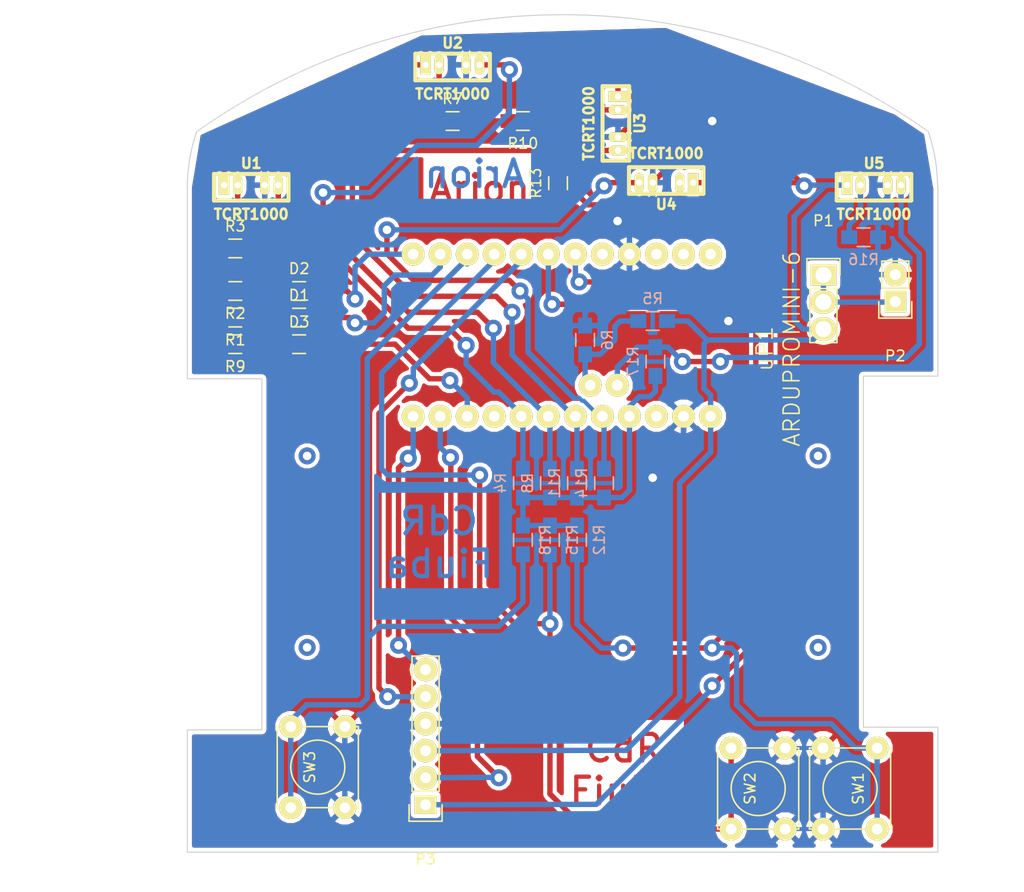
<source format=kicad_pcb>
(kicad_pcb (version 4) (host pcbnew 0.201507280910+6003~25~ubuntu14.04.1-product)
  (layers (0 F.Cu signal) (31 B.Cu signal) (34 B.Paste user) (35 F.Paste user) (36 B.SilkS user) (37 F.SilkS user) (38 B.Mask user) (39 F.Mask user) (44 Edge.Cuts user))
  (net 0 "")
  (net 1 "Net-(D1-Pad2)")
  (net 2 "Net-(D1-Pad1)")
  (net 3 "Net-(D2-Pad2)")
  (net 4 "Net-(D2-Pad1)")
  (net 5 "Net-(D3-Pad2)")
  (net 6 "Net-(D3-Pad1)")
  (net 7 +BATT)
  (net 8 +8V)
  (net 9 GND)
  (net 10 /SentidoMotor1)
  (net 11 /Motor1)
  (net 12 /SentidoMotor2)
  (net 13 /Motor2)
  (net 14 "Net-(R3-Pad1)")
  (net 15 /A0)
  (net 16 +5V)
  (net 17 /BatteryControl)
  (net 18 "Net-(R7-Pad1)")
  (net 19 /A1)
  (net 20 "Net-(R10-Pad1)")
  (net 21 /A2)
  (net 22 /Boton1)
  (net 23 "Net-(R13-Pad1)")
  (net 24 /A3)
  (net 25 /Boton2)
  (net 26 "Net-(R16-Pad1)")
  (net 27 /A4)
  (net 28 /Boton3)
  (module Pin_Headers:Pin_Header_Straight_1x03 (layer F.Cu) (at 124.75 63.75)
    (fp_text reference P1 (at 0 -5.1) (layer F.SilkS))
    (fp_text value CONN_01X03)
    (pad 1 thru_hole rect (at 0 0) (size 2.4 2) (drill 1.5) (layers *.Cu *.Mask F.SilkS) (net 7 +BATT))
    (pad 2 thru_hole oval (at 0 2.54) (size 2.4 2.2) (drill 1.5) (layers *.Cu *.Mask F.SilkS) (net 7 +BATT))
    (pad 3 thru_hole oval (at 0 5.08) (size 2.4 2.2) (drill 1.5) (layers *.Cu *.Mask F.SilkS) (net 8 +8V))
  )
  (module Pin_Headers:Pin_Header_Straight_1x02 (layer F.Cu) (at 131.5 66.25 180)
    (fp_text reference P2 (at 0 -5.1 180) (layer F.SilkS))
    (fp_text value CONN_01X02)
    (pad 1 thru_hole rect (at 0 0 180) (size 2.032 2.032) (drill 1.016) (layers *.Cu *.Mask F.SilkS) (net 7 +BATT))
    (pad 2 thru_hole oval (at 0 2.54 180) (size 2.2 2.2) (drill 1.016) (layers *.Cu *.Mask F.SilkS) (net 9 GND))
  )
  (module Pin_Headers:Pin_Header_Straight_1x06 (layer F.Cu) (at 87.376 113.538 180)
    (fp_text reference P3 (at 0 -5.1 180) (layer F.SilkS))
    (fp_text value CONN_01X06)
    (pad 1 thru_hole rect (at 0 0 180) (size 2.032 1.7272) (drill 1.016) (layers *.Cu *.Mask F.SilkS) (net 10 /SentidoMotor1))
    (pad 2 thru_hole oval (at 0 2.54 180) (size 2.2 2.2) (drill 1.016) (layers *.Cu *.Mask F.SilkS) (net 11 /Motor1))
    (pad 3 thru_hole oval (at 0 5.08 180) (size 2.2 2.2) (drill 1.016) (layers *.Cu *.Mask F.SilkS) (net 8 +8V))
    (pad 4 thru_hole oval (at 0 7.62 180) (size 2.2 2.2) (drill 1.016) (layers *.Cu *.Mask F.SilkS) (net 9 GND))
    (pad 5 thru_hole oval (at 0 10.16 180) (size 2.2 2.2) (drill 1.016) (layers *.Cu *.Mask F.SilkS) (net 12 /SentidoMotor2))
    (pad 6 thru_hole oval (at 0 12.7 180) (size 2.2 2.2) (drill 1.016) (layers *.Cu *.Mask F.SilkS) (net 13 /Motor2))
  )
  (module Buttons_Switches_ThroughHole:SW_PUSH_SMALL (layer F.Cu) (at 127.254 112.014 270)
    (fp_text reference SW1 (at 0 -0.762 270) (layer F.SilkS))
    (fp_text value SW_PUSH)
    (pad 1 thru_hole circle (at 3.81 -2.54 270) (size 2.15 2.15) (drill 1) (layers *.Cu *.Mask F.SilkS) (net 22 /Boton1))
    (pad 2 thru_hole circle (at 3.81 2.54 270) (size 2.15 2.15) (drill 1) (layers *.Cu *.Mask F.SilkS) (net 9 GND))
    (pad 1 thru_hole circle (at -3.81 -2.54 270) (size 2.15 2.15) (drill 1) (layers *.Cu *.Mask F.SilkS) (net 22 /Boton1))
    (pad 2 thru_hole circle (at -3.81 2.54 270) (size 2.15 2.15) (drill 1) (layers *.Cu *.Mask F.SilkS) (net 9 GND))
  )
  (module Buttons_Switches_ThroughHole:SW_PUSH_SMALL (layer F.Cu) (at 118.618 112.014 90)
    (fp_text reference SW2 (at 0 -0.762 90) (layer F.SilkS))
    (fp_text value SW_PUSH)
    (pad 1 thru_hole circle (at 3.81 -2.54 90) (size 2.15 2.15) (drill 1) (layers *.Cu *.Mask F.SilkS) (net 25 /Boton2))
    (pad 2 thru_hole circle (at 3.81 2.54 90) (size 2.15 2.15) (drill 1) (layers *.Cu *.Mask F.SilkS) (net 9 GND))
    (pad 1 thru_hole circle (at -3.81 -2.54 90) (size 2.15 2.15) (drill 1) (layers *.Cu *.Mask F.SilkS) (net 25 /Boton2))
    (pad 2 thru_hole circle (at -3.81 2.54 90) (size 2.15 2.15) (drill 1) (layers *.Cu *.Mask F.SilkS) (net 9 GND))
  )
  (module Buttons_Switches_ThroughHole:SW_PUSH_SMALL (layer F.Cu) (at 77.25 110 90)
    (fp_text reference SW3 (at 0 -0.762 90) (layer F.SilkS))
    (fp_text value SW_PUSH)
    (pad 1 thru_hole circle (at 3.81 -2.54 90) (size 2.15 2.15) (drill 1) (layers *.Cu *.Mask F.SilkS) (net 28 /Boton3))
    (pad 2 thru_hole circle (at 3.81 2.54 90) (size 2.15 2.15) (drill 1) (layers *.Cu *.Mask F.SilkS) (net 9 GND))
    (pad 1 thru_hole circle (at -3.81 -2.54 90) (size 2.15 2.15) (drill 1) (layers *.Cu *.Mask F.SilkS) (net 28 /Boton3))
    (pad 2 thru_hole circle (at -3.81 2.54 90) (size 2.15 2.15) (drill 1) (layers *.Cu *.Mask F.SilkS) (net 9 GND))
  )
  (module tcrt1000:TCRT1000 (layer F.Cu) (at 71 55.5)
    (fp_text reference U1 (at 0 -2.25044) (layer F.SilkS) (effects (font (size 0.9525 0.9525) (thickness 0.23876))))
    (fp_text value TCRT1000 (at 0 2.54) (layer F.SilkS) (effects (font (size 0.9525 0.9525) (thickness 0.23876))))
    (pad 1 thru_hole rect (at -2.54 -0.20066) (size 1.00076 1.8) (drill 0.59944) (layers *.Cu *.Mask F.SilkS) (net 8 +8V))
    (pad 2 thru_hole oval (at -1.27 -0.20066) (size 0.889 1.778) (drill oval 0.59944) (layers *.Cu *.Mask F.SilkS) (net 14 "Net-(R3-Pad1)"))
    (pad 3 thru_hole oval (at 1.27 -0.20066) (size 0.889 1.778) (drill oval 0.59944) (layers *.Cu *.Mask F.SilkS) (net 9 GND))
    (pad 4 thru_hole oval (at 2.54 -0.20066) (size 0.889 1.778) (drill oval 0.59944) (layers *.Cu *.Mask F.SilkS) (net 15 /A0))
  )
  (module tcrt1000:TCRT1000 (layer F.Cu) (at 89.916 44.196)
    (fp_text reference U2 (at 0 -2.25044) (layer F.SilkS) (effects (font (size 0.9525 0.9525) (thickness 0.23876))))
    (fp_text value TCRT1000 (at 0 2.54) (layer F.SilkS) (effects (font (size 0.9525 0.9525) (thickness 0.23876))))
    (pad 1 thru_hole rect (at -2.54 -0.20066) (size 1.00076 1.8) (drill 0.59944) (layers *.Cu *.Mask F.SilkS) (net 8 +8V))
    (pad 2 thru_hole oval (at -1.27 -0.20066) (size 0.889 1.778) (drill oval 0.59944) (layers *.Cu *.Mask F.SilkS) (net 18 "Net-(R7-Pad1)"))
    (pad 3 thru_hole oval (at 1.27 -0.20066) (size 0.889 1.778) (drill oval 0.59944) (layers *.Cu *.Mask F.SilkS) (net 9 GND))
    (pad 4 thru_hole oval (at 2.54 -0.20066) (size 0.889 1.778) (drill oval 0.59944) (layers *.Cu *.Mask F.SilkS) (net 19 /A1))
  )
  (module tcrt1000:TCRT1000 (layer F.Cu) (at 105.25 49.5 270)
    (fp_text reference U3 (at 0 -2.25044 270) (layer F.SilkS) (effects (font (size 0.9525 0.9525) (thickness 0.23876))))
    (fp_text value TCRT1000 (at 0 2.54 270) (layer F.SilkS) (effects (font (size 0.9525 0.9525) (thickness 0.23876))))
    (pad 1 thru_hole rect (at -2.54 -0.20066 270) (size 1.00076 1.8) (drill 0.59944) (layers *.Cu *.Mask F.SilkS) (net 8 +8V))
    (pad 2 thru_hole oval (at -1.27 -0.20066 270) (size 0.889 1.778) (drill oval 0.59944) (layers *.Cu *.Mask F.SilkS) (net 20 "Net-(R10-Pad1)"))
    (pad 3 thru_hole oval (at 1.27 -0.20066 270) (size 0.889 1.778) (drill oval 0.59944) (layers *.Cu *.Mask F.SilkS) (net 9 GND))
    (pad 4 thru_hole oval (at 2.54 -0.20066 270) (size 0.889 1.778) (drill oval 0.59944) (layers *.Cu *.Mask F.SilkS) (net 21 /A2))
  )
  (module tcrt1000:TCRT1000 (layer F.Cu) (at 109.982 54.864 180)
    (fp_text reference U4 (at 0 -2.25044 180) (layer F.SilkS) (effects (font (size 0.9525 0.9525) (thickness 0.23876))))
    (fp_text value TCRT1000 (at 0 2.54 180) (layer F.SilkS) (effects (font (size 0.9525 0.9525) (thickness 0.23876))))
    (pad 1 thru_hole rect (at -2.54 -0.20066 180) (size 1.00076 1.8) (drill 0.59944) (layers *.Cu *.Mask F.SilkS) (net 8 +8V))
    (pad 2 thru_hole oval (at -1.27 -0.20066 180) (size 0.889 1.778) (drill oval 0.59944) (layers *.Cu *.Mask F.SilkS) (net 23 "Net-(R13-Pad1)"))
    (pad 3 thru_hole oval (at 1.27 -0.20066 180) (size 0.889 1.778) (drill oval 0.59944) (layers *.Cu *.Mask F.SilkS) (net 9 GND))
    (pad 4 thru_hole oval (at 2.54 -0.20066 180) (size 0.889 1.778) (drill oval 0.59944) (layers *.Cu *.Mask F.SilkS) (net 24 /A3))
  )
  (module tcrt1000:TCRT1000 (layer F.Cu) (at 129.5 55.5)
    (fp_text reference U5 (at 0 -2.25044) (layer F.SilkS) (effects (font (size 0.9525 0.9525) (thickness 0.23876))))
    (fp_text value TCRT1000 (at 0 2.54) (layer F.SilkS) (effects (font (size 0.9525 0.9525) (thickness 0.23876))))
    (pad 1 thru_hole rect (at -2.54 -0.20066) (size 1.00076 1.8) (drill 0.59944) (layers *.Cu *.Mask F.SilkS) (net 8 +8V))
    (pad 2 thru_hole oval (at -1.27 -0.20066) (size 0.889 1.778) (drill oval 0.59944) (layers *.Cu *.Mask F.SilkS) (net 26 "Net-(R16-Pad1)"))
    (pad 3 thru_hole oval (at 1.27 -0.20066) (size 0.889 1.778) (drill oval 0.59944) (layers *.Cu *.Mask F.SilkS) (net 9 GND))
    (pad 4 thru_hole oval (at 2.54 -0.20066) (size 0.889 1.778) (drill oval 0.59944) (layers *.Cu *.Mask F.SilkS) (net 27 /A4))
  )
  (module ArduProMiniTKB:ArduProMini-6 (layer F.Cu) (at 120.5 59.25 270)
    (fp_text reference uP1 (at 11.43 1.27 270) (layer F.SilkS) (effects (font (size 1.5 1.5))))
    (fp_text value ARDUPROMINI-6 (at 11.43 -1.27 270) (layer F.SilkS) (effects (font (size 1.5 1.5))))
    (pad 7 thru_hole circle (at 2.54 6.35 270) (size 2.15 2.15) (drill 1) (layers *.Cu *.Mask F.SilkS))
    (pad 8 thru_hole circle (at 2.54 8.89 270) (size 2.15 2.15) (drill 1) (layers *.Cu *.Mask F.SilkS))
    (pad 9 thru_hole circle (at 2.54 11.43 270) (size 2.15 2.15) (drill 1) (layers *.Cu *.Mask F.SilkS))
    (pad 10 thru_hole circle (at 2.54 13.97 270) (size 2.15 2.15) (drill 1) (layers *.Cu *.Mask F.SilkS) (net 9 GND))
    (pad 11 thru_hole circle (at 2.54 16.51 270) (size 2.15 2.15) (drill 1) (layers *.Cu *.Mask F.SilkS))
    (pad 12 thru_hole circle (at 2.54 19.05 270) (size 2.15 2.15) (drill 1) (layers *.Cu *.Mask F.SilkS) (net 10 /SentidoMotor1))
    (pad 13 thru_hole circle (at 2.54 21.59 270) (size 2.15 2.15) (drill 1) (layers *.Cu *.Mask F.SilkS) (net 22 /Boton1))
    (pad 14 thru_hole circle (at 2.54 24.13 270) (size 2.15 2.15) (drill 1) (layers *.Cu *.Mask F.SilkS) (net 12 /SentidoMotor2))
    (pad 15 thru_hole circle (at 2.54 26.67 270) (size 2.15 2.15) (drill 1) (layers *.Cu *.Mask F.SilkS) (net 25 /Boton2))
    (pad 16 thru_hole circle (at 2.54 29.21 270) (size 2.15 2.15) (drill 1) (layers *.Cu *.Mask F.SilkS) (net 28 /Boton3))
    (pad 17 thru_hole circle (at 2.54 31.75 270) (size 2.15 2.15) (drill 1) (layers *.Cu *.Mask F.SilkS) (net 1 "Net-(D1-Pad2)"))
    (pad 18 thru_hole circle (at 2.54 34.29 270) (size 2.15 2.15) (drill 1) (layers *.Cu *.Mask F.SilkS) (net 3 "Net-(D2-Pad2)"))
    (pad 19 thru_hole circle (at 17.78 6.35 270) (size 2.15 2.15) (drill 1) (layers *.Cu *.Mask F.SilkS) (net 8 +8V))
    (pad 20 thru_hole circle (at 17.78 8.89 270) (size 2.15 2.15) (drill 1) (layers *.Cu *.Mask F.SilkS) (net 9 GND))
    (pad 21 thru_hole circle (at 17.78 11.43 270) (size 2.15 2.15) (drill 1) (layers *.Cu *.Mask F.SilkS))
    (pad 22 thru_hole circle (at 17.78 13.97 270) (size 2.15 2.15) (drill 1) (layers *.Cu *.Mask F.SilkS) (net 16 +5V))
    (pad 23 thru_hole circle (at 17.78 16.51 270) (size 2.15 2.15) (drill 1) (layers *.Cu *.Mask F.SilkS) (net 24 /A3))
    (pad 24 thru_hole circle (at 17.78 19.05 270) (size 2.15 2.15) (drill 1) (layers *.Cu *.Mask F.SilkS) (net 21 /A2))
    (pad 25 thru_hole circle (at 17.78 21.59 270) (size 2.15 2.15) (drill 1) (layers *.Cu *.Mask F.SilkS) (net 19 /A1))
    (pad 26 thru_hole circle (at 17.78 24.13 270) (size 2.15 2.15) (drill 1) (layers *.Cu *.Mask F.SilkS) (net 15 /A0))
    (pad 27 thru_hole circle (at 17.78 26.67 270) (size 2.15 2.15) (drill 1) (layers *.Cu *.Mask F.SilkS))
    (pad 28 thru_hole circle (at 17.78 29.21 270) (size 2.15 2.15) (drill 1) (layers *.Cu *.Mask F.SilkS) (net 5 "Net-(D3-Pad2)"))
    (pad 29 thru_hole circle (at 17.78 31.75 270) (size 2.15 2.15) (drill 1) (layers *.Cu *.Mask F.SilkS) (net 11 /Motor1))
    (pad 30 thru_hole circle (at 17.78 34.29 270) (size 2.15 2.15) (drill 1) (layers *.Cu *.Mask F.SilkS) (net 13 /Motor2))
    (pad 31 thru_hole circle (at 14.859 15.113 270) (size 2.15 2.15) (drill 1) (layers *.Cu *.Mask F.SilkS) (net 27 /A4))
    (pad 32 thru_hole circle (at 14.859 17.653 270) (size 2.15 2.15) (drill 1) (layers *.Cu *.Mask F.SilkS) (net 17 /BatteryControl))
  )
  (module Resistors_SMD:R_0805_HandSoldering (layer F.Cu) (at 75.5 67.75)
    (fp_text reference D1 (at 0 -2.1) (layer F.SilkS))
    (fp_text value LED)
    (pad 1 smd rect (at -1.35 0) (size 1.5 1.3) (layers F.Cu F.Paste F.Mask) (net 2 "Net-(D1-Pad1)"))
    (pad 2 smd rect (at 1.35 0) (size 1.5 1.3) (layers F.Cu F.Paste F.Mask) (net 1 "Net-(D1-Pad2)"))
  )
  (module Resistors_SMD:R_0805_HandSoldering (layer F.Cu) (at 75.5 65.25)
    (fp_text reference D2 (at 0 -2.1) (layer F.SilkS))
    (fp_text value LED)
    (pad 1 smd rect (at -1.35 0) (size 1.5 1.3) (layers F.Cu F.Paste F.Mask) (net 4 "Net-(D2-Pad1)"))
    (pad 2 smd rect (at 1.35 0) (size 1.5 1.3) (layers F.Cu F.Paste F.Mask) (net 3 "Net-(D2-Pad2)"))
  )
  (module Resistors_SMD:R_0805_HandSoldering (layer F.Cu) (at 75.5 70.25)
    (fp_text reference D3 (at 0 -2.1) (layer F.SilkS))
    (fp_text value LED)
    (pad 1 smd rect (at -1.35 0) (size 1.5 1.3) (layers F.Cu F.Paste F.Mask) (net 6 "Net-(D3-Pad1)"))
    (pad 2 smd rect (at 1.35 0) (size 1.5 1.3) (layers F.Cu F.Paste F.Mask) (net 5 "Net-(D3-Pad2)"))
  )
  (module Resistors_SMD:R_0805_HandSoldering (layer F.Cu) (at 69.5 67.75 180)
    (fp_text reference R1 (at 0 -2.1 180) (layer F.SilkS))
    (fp_text value R)
    (pad 1 smd rect (at -1.35 0 180) (size 1.5 1.3) (layers F.Cu F.Paste F.Mask) (net 2 "Net-(D1-Pad1)"))
    (pad 2 smd rect (at 1.35 0 180) (size 1.5 1.3) (layers F.Cu F.Paste F.Mask) (net 9 GND))
  )
  (module Resistors_SMD:R_0805_HandSoldering (layer F.Cu) (at 69.5 65.25 180)
    (fp_text reference R2 (at 0 -2.1 180) (layer F.SilkS))
    (fp_text value R)
    (pad 1 smd rect (at -1.35 0 180) (size 1.5 1.3) (layers F.Cu F.Paste F.Mask) (net 4 "Net-(D2-Pad1)"))
    (pad 2 smd rect (at 1.35 0 180) (size 1.5 1.3) (layers F.Cu F.Paste F.Mask) (net 9 GND))
  )
  (module Resistors_SMD:R_0805_HandSoldering (layer F.Cu) (at 69.5 61.25)
    (fp_text reference R3 (at 0 -2.1) (layer F.SilkS))
    (fp_text value R)
    (pad 1 smd rect (at -1.35 0) (size 1.5 1.3) (layers F.Cu F.Paste F.Mask) (net 14 "Net-(R3-Pad1)"))
    (pad 2 smd rect (at 1.35 0) (size 1.5 1.3) (layers F.Cu F.Paste F.Mask) (net 9 GND))
  )
  (module Resistors_SMD:R_0805_HandSoldering (layer B.Cu) (at 96.52 83.312 270)
    (fp_text reference R4 (at 0 2.1 270) (layer B.SilkS) (effects (justify mirror)))
    (fp_text value R)
    (pad 1 smd rect (at -1.35 0 270) (size 1.5 1.3) (layers B.Cu B.Paste B.Mask) (net 15 /A0))
    (pad 2 smd rect (at 1.35 0 270) (size 1.5 1.3) (layers B.Cu B.Paste B.Mask) (net 16 +5V))
  )
  (module Resistors_SMD:R_0805_HandSoldering (layer B.Cu) (at 108.712 68.072 180)
    (fp_text reference R5 (at 0 2.1 180) (layer B.SilkS) (effects (justify mirror)))
    (fp_text value R)
    (pad 1 smd rect (at -1.35 0 180) (size 1.5 1.3) (layers B.Cu B.Paste B.Mask) (net 8 +8V))
    (pad 2 smd rect (at 1.35 0 180) (size 1.5 1.3) (layers B.Cu B.Paste B.Mask) (net 17 /BatteryControl))
  )
  (module Resistors_SMD:R_0805_HandSoldering (layer B.Cu) (at 102.362 69.85 90)
    (fp_text reference R6 (at 0 2.1 90) (layer B.SilkS) (effects (justify mirror)))
    (fp_text value R)
    (pad 1 smd rect (at -1.35 0 90) (size 1.5 1.3) (layers B.Cu B.Paste B.Mask) (net 17 /BatteryControl))
    (pad 2 smd rect (at 1.35 0 90) (size 1.5 1.3) (layers B.Cu B.Paste B.Mask) (net 9 GND))
  )
  (module Resistors_SMD:R_0805_HandSoldering (layer F.Cu) (at 89.916 49.276)
    (fp_text reference R7 (at 0 -2.1) (layer F.SilkS))
    (fp_text value R)
    (pad 1 smd rect (at -1.35 0) (size 1.5 1.3) (layers F.Cu F.Paste F.Mask) (net 18 "Net-(R7-Pad1)"))
    (pad 2 smd rect (at 1.35 0) (size 1.5 1.3) (layers F.Cu F.Paste F.Mask) (net 9 GND))
  )
  (module Resistors_SMD:R_0805_HandSoldering (layer B.Cu) (at 99.06 83.312 270)
    (fp_text reference R8 (at 0 2.1 270) (layer B.SilkS) (effects (justify mirror)))
    (fp_text value R)
    (pad 1 smd rect (at -1.35 0 270) (size 1.5 1.3) (layers B.Cu B.Paste B.Mask) (net 19 /A1))
    (pad 2 smd rect (at 1.35 0 270) (size 1.5 1.3) (layers B.Cu B.Paste B.Mask) (net 16 +5V))
  )
  (module Resistors_SMD:R_0805_HandSoldering (layer F.Cu) (at 69.5 70.25 180)
    (fp_text reference R9 (at 0 -2.1 180) (layer F.SilkS))
    (fp_text value R)
    (pad 1 smd rect (at -1.35 0 180) (size 1.5 1.3) (layers F.Cu F.Paste F.Mask) (net 6 "Net-(D3-Pad1)"))
    (pad 2 smd rect (at 1.35 0 180) (size 1.5 1.3) (layers F.Cu F.Paste F.Mask) (net 9 GND))
  )
  (module Resistors_SMD:R_0805_HandSoldering (layer F.Cu) (at 96.52 49.276 180)
    (fp_text reference R10 (at 0 -2.1 180) (layer F.SilkS))
    (fp_text value R)
    (pad 1 smd rect (at -1.35 0 180) (size 1.5 1.3) (layers F.Cu F.Paste F.Mask) (net 20 "Net-(R10-Pad1)"))
    (pad 2 smd rect (at 1.35 0 180) (size 1.5 1.3) (layers F.Cu F.Paste F.Mask) (net 9 GND))
  )
  (module Resistors_SMD:R_0805_HandSoldering (layer B.Cu) (at 101.6 83.312 270)
    (fp_text reference R11 (at 0 2.1 270) (layer B.SilkS) (effects (justify mirror)))
    (fp_text value R)
    (pad 1 smd rect (at -1.35 0 270) (size 1.5 1.3) (layers B.Cu B.Paste B.Mask) (net 21 /A2))
    (pad 2 smd rect (at 1.35 0 270) (size 1.5 1.3) (layers B.Cu B.Paste B.Mask) (net 16 +5V))
  )
  (module Resistors_SMD:R_0805_HandSoldering (layer B.Cu) (at 101.6 88.646 90)
    (fp_text reference R12 (at 0 2.1 90) (layer B.SilkS) (effects (justify mirror)))
    (fp_text value R)
    (pad 1 smd rect (at -1.35 0 90) (size 1.5 1.3) (layers B.Cu B.Paste B.Mask) (net 22 /Boton1))
    (pad 2 smd rect (at 1.35 0 90) (size 1.5 1.3) (layers B.Cu B.Paste B.Mask) (net 16 +5V))
  )
  (module Resistors_SMD:R_0805_HandSoldering (layer F.Cu) (at 99.822 55.118 90)
    (fp_text reference R13 (at 0 -2.1 90) (layer F.SilkS))
    (fp_text value R)
    (pad 1 smd rect (at -1.35 0 90) (size 1.5 1.3) (layers F.Cu F.Paste F.Mask) (net 23 "Net-(R13-Pad1)"))
    (pad 2 smd rect (at 1.35 0 90) (size 1.5 1.3) (layers F.Cu F.Paste F.Mask) (net 9 GND))
  )
  (module Resistors_SMD:R_0805_HandSoldering (layer B.Cu) (at 104.14 83.312 270)
    (fp_text reference R14 (at 0 2.1 270) (layer B.SilkS) (effects (justify mirror)))
    (fp_text value R)
    (pad 1 smd rect (at -1.35 0 270) (size 1.5 1.3) (layers B.Cu B.Paste B.Mask) (net 24 /A3))
    (pad 2 smd rect (at 1.35 0 270) (size 1.5 1.3) (layers B.Cu B.Paste B.Mask) (net 16 +5V))
  )
  (module Resistors_SMD:R_0805_HandSoldering (layer B.Cu) (at 99.06 88.646 90)
    (fp_text reference R15 (at 0 2.1 90) (layer B.SilkS) (effects (justify mirror)))
    (fp_text value R)
    (pad 1 smd rect (at -1.35 0 90) (size 1.5 1.3) (layers B.Cu B.Paste B.Mask) (net 25 /Boton2))
    (pad 2 smd rect (at 1.35 0 90) (size 1.5 1.3) (layers B.Cu B.Paste B.Mask) (net 16 +5V))
  )
  (module Resistors_SMD:R_0805_HandSoldering (layer B.Cu) (at 128.524 60.198)
    (fp_text reference R16 (at 0 2.1) (layer B.SilkS) (effects (justify mirror)))
    (fp_text value R)
    (pad 1 smd rect (at -1.35 0) (size 1.5 1.3) (layers B.Cu B.Paste B.Mask) (net 26 "Net-(R16-Pad1)"))
    (pad 2 smd rect (at 1.35 0) (size 1.5 1.3) (layers B.Cu B.Paste B.Mask) (net 9 GND))
  )
  (module Resistors_SMD:R_0805_HandSoldering (layer B.Cu) (at 108.966 71.882 270)
    (fp_text reference R17 (at 0 2.1 270) (layer B.SilkS) (effects (justify mirror)))
    (fp_text value R)
    (pad 1 smd rect (at -1.35 0 270) (size 1.5 1.3) (layers B.Cu B.Paste B.Mask) (net 27 /A4))
    (pad 2 smd rect (at 1.35 0 270) (size 1.5 1.3) (layers B.Cu B.Paste B.Mask) (net 16 +5V))
  )
  (module Resistors_SMD:R_0805_HandSoldering (layer B.Cu) (at 96.52 88.646 90)
    (fp_text reference R18 (at 0 2.1 90) (layer B.SilkS) (effects (justify mirror)))
    (fp_text value R)
    (pad 1 smd rect (at -1.35 0 90) (size 1.5 1.3) (layers B.Cu B.Paste B.Mask) (net 28 /Boton3))
    (pad 2 smd rect (at 1.35 0 90) (size 1.5 1.3) (layers B.Cu B.Paste B.Mask) (net 16 +5V))
  )
  (gr_text "CdR\nFiuba" (at 88.646 88.9) (layer B.Cu) (effects (font (size 2.5 2.5) (thickness 0.4)) (justify mirror)))
  (gr_text Arion (at 92 54.25) (layer B.Cu) (effects (font (size 2.5 2.5) (thickness 0.4)) (justify mirror)))
  (gr_text "CdR\nFiuba" (at 106 110.25) (layer F.Cu) (effects (font (size 2.5 2.5) (thickness 0.4))))
  (gr_text Arion (at 92.456 55.626) (layer F.Cu) (effects (font (size 2.5 2.5) (thickness 0.4))))
  (gr_line (start 135.5 73.25) (end 135.5 69.75) (angle 90) (layer Edge.Cuts) (width 0.1))
  (gr_line (start 128.5 73.25) (end 135.5 73.25) (angle 90) (layer Edge.Cuts) (width 0.1))
  (gr_line (start 128.5 106.25) (end 128.5 73.25) (angle 90) (layer Edge.Cuts) (width 0.1))
  (gr_line (start 135.5 106.25) (end 128.5 106.25) (angle 90) (layer Edge.Cuts) (width 0.1))
  (gr_line (start 135.5 118) (end 135.5 106.25) (angle 90) (layer Edge.Cuts) (width 0.1))
  (gr_line (start 65 73.5) (end 65 70) (angle 90) (layer Edge.Cuts) (width 0.1))
  (gr_line (start 72 73.5) (end 65 73.5) (angle 90) (layer Edge.Cuts) (width 0.1))
  (gr_line (start 72 106.5) (end 72 73.5) (angle 90) (layer Edge.Cuts) (width 0.1))
  (gr_line (start 65 106.5) (end 72 106.5) (angle 90) (layer Edge.Cuts) (width 0.1))
  (gr_line (start 65 118) (end 65 106.5) (angle 90) (layer Edge.Cuts) (width 0.1))
  (gr_line (start 135.5 55.5) (end 135.5 69.75) (angle 90) (layer Edge.Cuts) (width 0.1))
  (gr_line (start 65 55.5) (end 65 70) (angle 90) (layer Edge.Cuts) (width 0.1))
  (gr_arc (start 119.5 55.5) (end 134.6 50.3) (angle 18.9) (layer Edge.Cuts) (width 0.1))
  (gr_arc (start 100.25 98.5) (end 65.85 50.3) (angle 70.95) (layer Edge.Cuts) (width 0.1))
  (gr_arc (start 81 55.5) (end 65 55.5) (angle 18.9) (layer Edge.Cuts) (width 0.1))
  (gr_line (start 135.5 118) (end 65 118) (angle 90) (layer Edge.Cuts) (width 0.1))
  (via (at 124.25 98.75) (size 1.6) (drill 0.8) (layers F.Cu B.Cu) (net 0))
  (via (at 124.25 80.75) (size 1.6) (drill 0.8) (layers F.Cu B.Cu) (net 0))
  (via (at 76.25 98.75) (size 1.6) (drill 0.8) (layers F.Cu B.Cu) (net 0))
  (via (at 76.25 80.75) (size 1.6) (drill 0.8) (layers F.Cu B.Cu) (net 0))
  (segment (start 88.75 62.75) (end 88.75 61.79) (width 0.3048) (layer B.Cu) (net 1))
  (via (at 80.75 68.25) (size 1.6) (drill 0.8) (layers F.Cu B.Cu) (net 1))
  (segment (start 80.25 67.75) (end 80.75 68.25) (width 0.3048) (layer F.Cu) (net 1))
  (segment (start 80.25 67.75) (end 80.75 68.25) (width 0.508) (layer F.Cu) (net 1))
  (segment (start 76.54902 67.75) (end 80.25 67.75) (width 0.508) (layer F.Cu) (net 1))
  (segment (start 82.5 68.25) (end 83.5 67.25) (width 0.508) (layer B.Cu) (net 1))
  (segment (start 83.5 67.25) (end 83.5 64.75) (width 0.508) (layer B.Cu) (net 1))
  (segment (start 83.5 64.75) (end 84.5 63.75) (width 0.508) (layer B.Cu) (net 1))
  (segment (start 84.5 63.75) (end 88 63.75) (width 0.508) (layer B.Cu) (net 1))
  (segment (start 88 63.75) (end 88.75 63) (width 0.508) (layer B.Cu) (net 1))
  (segment (start 88.75 63) (end 88.75 61.79) (width 0.508) (layer B.Cu) (net 1))
  (segment (start 80.75 68.25) (end 82.5 68.25) (width 0.508) (layer B.Cu) (net 1))
  (segment (start 70.85 67.75) (end 74.15 67.75) (width 0.508) (layer F.Cu) (net 2))
  (segment (start 76.54902 65.25) (end 80 65.25) (width 0.381) (layer F.Cu) (net 3))
  (via (at 80.75 66) (size 1.6) (drill 0.8) (layers F.Cu B.Cu) (net 3))
  (segment (start 80 65.25) (end 80.75 66) (width 0.3048) (layer F.Cu) (net 3))
  (segment (start 80.75 63) (end 81.96 61.79) (width 0.508) (layer B.Cu) (net 3))
  (segment (start 81.96 61.79) (end 86.21 61.79) (width 0.508) (layer B.Cu) (net 3))
  (segment (start 80.75 66) (end 80.75 63) (width 0.508) (layer B.Cu) (net 3))
  (segment (start 80 65.25) (end 80.75 66) (width 0.508) (layer F.Cu) (net 3))
  (segment (start 76.54902 65.25) (end 80 65.25) (width 0.508) (layer F.Cu) (net 3))
  (segment (start 74.15 65.25) (end 70.85 65.25) (width 0.508) (layer F.Cu) (net 4))
  (segment (start 91.29 77.03) (end 91.29 75.288) (width 0.508) (layer B.Cu) (net 5))
  (segment (start 89.502 73.5) (end 87.75 73.5) (width 0.508) (layer F.Cu) (net 5))
  (segment (start 89.662 73.66) (end 89.502 73.5) (width 0.508) (layer F.Cu) (net 5))
  (via (at 89.662 73.66) (size 1.6) (drill 0.8) (layers F.Cu B.Cu) (net 5))
  (segment (start 91.29 75.288) (end 89.662 73.66) (width 0.508) (layer B.Cu) (net 5))
  (segment (start 91.29 77.03) (end 91.29 76.05) (width 0.508) (layer B.Cu) (net 5))
  (segment (start 91.29 77.03) (end 91.29 76.79) (width 0.381) (layer B.Cu) (net 5))
  (segment (start 84.5 70.25) (end 87.75 73.5) (width 0.508) (layer F.Cu) (net 5))
  (segment (start 76.54902 70.25) (end 84.5 70.25) (width 0.508) (layer F.Cu) (net 5))
  (segment (start 74.15 70.25) (end 70.85 70.25) (width 0.508) (layer F.Cu) (net 6))
  (segment (start 131.46 66.29) (end 131.5 66.25) (width 0.381) (layer B.Cu) (net 7))
  (segment (start 124.75 66.29) (end 124.75 63.75) (width 0.508) (layer B.Cu) (net 7))
  (segment (start 131.46 66.29) (end 131.5 66.25) (width 0.508) (layer B.Cu) (net 7))
  (segment (start 124.75 66.29) (end 131.46 66.29) (width 0.508) (layer B.Cu) (net 7))
  (segment (start 112.522 55.06466) (end 122.62866 55.06466) (width 0.508) (layer F.Cu) (net 8))
  (segment (start 122.62866 55.06466) (end 122.936 55.372) (width 0.508) (layer F.Cu) (net 8))
  (segment (start 87.376 43.99534) (end 85.00466 43.99534) (width 0.508) (layer F.Cu) (net 8))
  (segment (start 85.00466 43.99534) (end 78.75 50.25) (width 0.508) (layer F.Cu) (net 8))
  (segment (start 105.45066 46.96) (end 105.45066 44.99866) (width 0.508) (layer F.Cu) (net 8))
  (segment (start 87.376 42.418) (end 87.376 43.99534) (width 0.508) (layer F.Cu) (net 8))
  (segment (start 87.63 42.164) (end 87.376 42.418) (width 0.508) (layer F.Cu) (net 8))
  (segment (start 102.616 42.164) (end 87.63 42.164) (width 0.508) (layer F.Cu) (net 8))
  (segment (start 105.45066 44.99866) (end 102.616 42.164) (width 0.508) (layer F.Cu) (net 8))
  (segment (start 124.75 68.83) (end 123.73 69.85) (width 0.508) (layer B.Cu) (net 8))
  (segment (start 123.73 69.85) (end 113.876 69.85) (width 0.508) (layer B.Cu) (net 8))
  (segment (start 113.876 69.85) (end 113.834 69.892) (width 0.508) (layer B.Cu) (net 8))
  (segment (start 123.73 69.85) (end 124.75 68.83) (width 0.508) (layer B.Cu) (net 8))
  (segment (start 122.83 68.83) (end 124.75 68.83) (width 0.508) (layer B.Cu) (net 8))
  (segment (start 122 68) (end 122.83 68.83) (width 0.508) (layer B.Cu) (net 8))
  (segment (start 126.96 55.29934) (end 123.00866 55.29934) (width 0.508) (layer B.Cu) (net 8))
  (segment (start 114.524 46.96) (end 114.3 46.96) (width 0.508) (layer F.Cu) (net 8))
  (segment (start 114.3 46.96) (end 105.45066 46.96) (width 0.508) (layer F.Cu) (net 8))
  (segment (start 122.936 55.372) (end 114.524 46.96) (width 0.508) (layer F.Cu) (net 8))
  (via (at 122.936 55.372) (size 1.6) (drill 0.8) (layers F.Cu B.Cu) (net 8))
  (segment (start 123.00866 55.29934) (end 122.936 55.372) (width 0.508) (layer B.Cu) (net 8))
  (segment (start 114.15 77.03) (end 114.15 75.034) (width 0.508) (layer B.Cu) (net 8))
  (segment (start 113.538 70.188) (end 113.834 69.892) (width 0.508) (layer B.Cu) (net 8))
  (segment (start 113.538 74.422) (end 113.538 70.188) (width 0.508) (layer B.Cu) (net 8))
  (segment (start 114.15 75.034) (end 113.538 74.422) (width 0.508) (layer B.Cu) (net 8))
  (segment (start 112.014 68.072) (end 110.062 68.072) (width 0.508) (layer B.Cu) (net 8))
  (segment (start 113.834 69.892) (end 112.014 68.072) (width 0.508) (layer B.Cu) (net 8))
  (segment (start 105.918 108.42) (end 106.21 108.42) (width 0.508) (layer B.Cu) (net 8))
  (segment (start 114.15 80.414) (end 114.15 77.03) (width 0.508) (layer B.Cu) (net 8))
  (segment (start 111.252 83.312) (end 114.15 80.414) (width 0.508) (layer B.Cu) (net 8))
  (segment (start 111.252 103.378) (end 111.252 83.312) (width 0.508) (layer B.Cu) (net 8))
  (segment (start 106.21 108.42) (end 111.252 103.378) (width 0.508) (layer B.Cu) (net 8))
  (segment (start 105.45066 46.96) (end 107.96 46.96) (width 0.508) (layer F.Cu) (net 8))
  (segment (start 68.46 53.04) (end 68.46 55.29934) (width 0.508) (layer F.Cu) (net 8))
  (segment (start 78.75 50.25) (end 71.25 50.25) (width 0.508) (layer F.Cu) (net 8))
  (segment (start 71.25 50.25) (end 68.46 53.04) (width 0.508) (layer F.Cu) (net 8))
  (segment (start 124.75 68.83) (end 124.67 68.83) (width 0.508) (layer B.Cu) (net 8))
  (segment (start 87.376 108.458) (end 105.25 108.42) (width 0.508) (layer B.Cu) (net 8))
  (segment (start 105.25 108.42) (end 105.918 108.42) (width 0.508) (layer B.Cu) (net 8))
  (segment (start 122 58.25) (end 122 68) (width 0.508) (layer B.Cu) (net 8))
  (segment (start 124.95066 55.29934) (end 122 58.25) (width 0.508) (layer B.Cu) (net 8))
  (segment (start 126.96 55.29934) (end 124.95066 55.29934) (width 0.508) (layer B.Cu) (net 8))
  (segment (start 114.3 49.276) (end 114.3 49.47666) (width 0.508) (layer F.Cu) (net 9))
  (segment (start 114.3 49.47666) (end 108.712 55.06466) (width 0.508) (layer F.Cu) (net 9))
  (segment (start 116.332 50.546) (end 115.57 50.546) (width 0.508) (layer B.Cu) (net 9))
  (segment (start 106.18266 50.038) (end 105.45066 50.77) (width 0.508) (layer F.Cu) (net 9))
  (segment (start 106.68 50.038) (end 106.18266 50.038) (width 0.508) (layer F.Cu) (net 9))
  (segment (start 107.95 48.768) (end 106.68 50.038) (width 0.508) (layer F.Cu) (net 9))
  (segment (start 113.792 48.768) (end 107.95 48.768) (width 0.508) (layer F.Cu) (net 9))
  (segment (start 114.3 49.276) (end 113.792 48.768) (width 0.508) (layer F.Cu) (net 9))
  (via (at 114.3 49.276) (size 1.6) (drill 0.8) (layers F.Cu B.Cu) (net 9))
  (segment (start 115.57 50.546) (end 114.3 49.276) (width 0.508) (layer B.Cu) (net 9))
  (segment (start 99.822 53.768) (end 99.14 53.768) (width 0.508) (layer F.Cu) (net 9))
  (segment (start 106.53 59.794) (end 106.53 61.79) (width 0.508) (layer B.Cu) (net 9))
  (segment (start 105.41 58.674) (end 106.53 59.794) (width 0.508) (layer B.Cu) (net 9))
  (via (at 105.41 58.674) (size 1.6) (drill 0.8) (layers F.Cu B.Cu) (net 9))
  (segment (start 99.314 58.674) (end 105.41 58.674) (width 0.508) (layer F.Cu) (net 9))
  (segment (start 98.298 57.658) (end 99.314 58.674) (width 0.508) (layer F.Cu) (net 9))
  (segment (start 98.298 54.61) (end 98.298 57.658) (width 0.508) (layer F.Cu) (net 9))
  (segment (start 99.14 53.768) (end 98.298 54.61) (width 0.508) (layer F.Cu) (net 9))
  (segment (start 129.874 60.198) (end 129.874 57.324) (width 0.508) (layer B.Cu) (net 9))
  (segment (start 130.77 56.428) (end 130.77 55.29934) (width 0.508) (layer B.Cu) (net 9))
  (segment (start 129.874 57.324) (end 130.77 56.428) (width 0.508) (layer B.Cu) (net 9))
  (segment (start 108.712 55.06466) (end 108.712 54.864) (width 0.508) (layer F.Cu) (net 9))
  (segment (start 130.77 55.29934) (end 130.77 52.792) (width 0.508) (layer B.Cu) (net 9))
  (segment (start 128.524 50.546) (end 116.332 50.546) (width 0.508) (layer B.Cu) (net 9))
  (segment (start 130.77 52.792) (end 128.524 50.546) (width 0.508) (layer B.Cu) (net 9))
  (segment (start 95.17 49.276) (end 95.17 50.212) (width 0.508) (layer F.Cu) (net 9))
  (segment (start 95.728 50.77) (end 105.45066 50.77) (width 0.508) (layer F.Cu) (net 9))
  (segment (start 95.17 50.212) (end 95.728 50.77) (width 0.508) (layer F.Cu) (net 9))
  (segment (start 95.17 49.276) (end 91.266 49.276) (width 0.508) (layer F.Cu) (net 9))
  (segment (start 91.186 43.99534) (end 91.186 49.196) (width 0.508) (layer F.Cu) (net 9))
  (segment (start 91.186 49.196) (end 91.266 49.276) (width 0.508) (layer F.Cu) (net 9))
  (segment (start 87.63 51.227198) (end 90.758802 51.227198) (width 0.508) (layer F.Cu) (net 9))
  (segment (start 91.266 50.72) (end 91.266 49.276) (width 0.508) (layer F.Cu) (net 9))
  (segment (start 90.758802 51.227198) (end 91.266 50.72) (width 0.508) (layer F.Cu) (net 9))
  (segment (start 117 72.644) (end 117 69.248) (width 0.508) (layer F.Cu) (net 9))
  (segment (start 112.776 65.024) (end 107.442 65.024) (width 0.508) (layer B.Cu) (net 9))
  (segment (start 115.824 68.072) (end 112.776 65.024) (width 0.508) (layer B.Cu) (net 9))
  (via (at 115.824 68.072) (size 1.6) (drill 0.8) (layers F.Cu B.Cu) (net 9))
  (segment (start 117 69.248) (end 115.824 68.072) (width 0.508) (layer F.Cu) (net 9))
  (segment (start 107.442 65.024) (end 106.53 64.112) (width 0.508) (layer B.Cu) (net 9))
  (segment (start 106.53 64.112) (end 106.53 61.79) (width 0.508) (layer B.Cu) (net 9))
  (segment (start 102.362 68.5) (end 102.362 67.31) (width 0.508) (layer B.Cu) (net 9))
  (segment (start 105.618 65.024) (end 106.53 64.112) (width 0.508) (layer B.Cu) (net 9))
  (segment (start 104.648 65.024) (end 105.618 65.024) (width 0.508) (layer B.Cu) (net 9))
  (segment (start 102.362 67.31) (end 104.648 65.024) (width 0.508) (layer B.Cu) (net 9))
  (segment (start 106.53 64.112) (end 106.53 61.79) (width 0.508) (layer B.Cu) (net 9))
  (segment (start 117 77.5) (end 117 72.644) (width 0.508) (layer F.Cu) (net 9))
  (segment (start 107.442 65.024) (end 106.53 64.112) (width 0.508) (layer B.Cu) (net 9))
  (segment (start 106.53 64.112) (end 106.53 61.79) (width 0.508) (layer B.Cu) (net 9))
  (segment (start 115.316 113.75) (end 119.084 113.75) (width 0.508) (layer B.Cu) (net 9))
  (segment (start 119.084 113.75) (end 121.158 115.824) (width 0.508) (layer B.Cu) (net 9))
  (segment (start 108.712 82.804) (end 108.712 103.632) (width 0.508) (layer B.Cu) (net 9))
  (segment (start 108.712 103.632) (end 106.464 105.88) (width 0.508) (layer B.Cu) (net 9))
  (segment (start 111.61 77.03) (end 111.61 79.906) (width 0.508) (layer B.Cu) (net 9))
  (segment (start 111.716 79.8) (end 114.7 79.8) (width 0.508) (layer F.Cu) (net 9))
  (segment (start 108.712 82.804) (end 111.716 79.8) (width 0.508) (layer F.Cu) (net 9))
  (via (at 108.712 82.804) (size 1.6) (drill 0.8) (layers F.Cu B.Cu) (net 9))
  (segment (start 111.61 79.906) (end 108.712 82.804) (width 0.508) (layer B.Cu) (net 9))
  (segment (start 72.27 55.29934) (end 72.27 60.73) (width 0.508) (layer F.Cu) (net 9))
  (segment (start 71.75 61.25) (end 70.85 61.25) (width 0.508) (layer F.Cu) (net 9))
  (segment (start 72.27 60.73) (end 71.75 61.25) (width 0.508) (layer F.Cu) (net 9))
  (segment (start 68.15 65.25) (end 68.15 63.85) (width 0.508) (layer F.Cu) (net 9))
  (segment (start 68.15 63.85) (end 68.75 63.25) (width 0.508) (layer F.Cu) (net 9))
  (segment (start 68.75 63.25) (end 70.5 63.25) (width 0.508) (layer F.Cu) (net 9))
  (segment (start 70.5 63.25) (end 70.85 62.9) (width 0.508) (layer F.Cu) (net 9))
  (segment (start 70.85 62.9) (end 70.85 61.25) (width 0.508) (layer F.Cu) (net 9))
  (segment (start 114.7 79.8) (end 117 77.5) (width 0.508) (layer F.Cu) (net 9))
  (segment (start 106.53 61.79) (end 106.71 61.79) (width 0.381) (layer B.Cu) (net 9))
  (segment (start 121.158 115.824) (end 124.714 115.824) (width 0.381) (layer B.Cu) (net 9))
  (segment (start 124.714 108.204) (end 121.158 108.204) (width 0.381) (layer B.Cu) (net 9))
  (segment (start 87.066 106.228) (end 87.376 105.918) (width 0.381) (layer B.Cu) (net 9))
  (segment (start 111.6 79.8) (end 111.61 79.79) (width 0.381) (layer B.Cu) (net 9))
  (segment (start 72.27 55.29934) (end 72.27 52.73) (width 0.381) (layer F.Cu) (net 9))
  (segment (start 106.53 61.79) (end 106.53 61.03) (width 0.381) (layer B.Cu) (net 9))
  (segment (start 72.27 52.73) (end 72.27 55.29934) (width 0.508) (layer F.Cu) (net 9))
  (segment (start 73.772802 51.227198) (end 72.27 52.73) (width 0.508) (layer F.Cu) (net 9))
  (segment (start 124.714 115.824) (end 124.714 108.204) (width 0.508) (layer B.Cu) (net 9))
  (segment (start 81.48 115.5) (end 79.79 113.81) (width 0.508) (layer B.Cu) (net 9))
  (segment (start 111.75 115.5) (end 81.48 115.5) (width 0.508) (layer B.Cu) (net 9))
  (segment (start 113.5 113.75) (end 111.75 115.5) (width 0.508) (layer B.Cu) (net 9))
  (segment (start 115.316 113.75) (end 113.5 113.75) (width 0.508) (layer B.Cu) (net 9))
  (segment (start 121.158 115.824) (end 121.158 115.804) (width 0.508) (layer B.Cu) (net 9))
  (segment (start 79.79 106.19) (end 79.79 113.81) (width 0.508) (layer B.Cu) (net 9))
  (segment (start 87.066 106.228) (end 87.376 105.918) (width 0.508) (layer B.Cu) (net 9))
  (segment (start 79.79 106.19) (end 87.066 106.228) (width 0.508) (layer B.Cu) (net 9))
  (segment (start 87.376 105.918) (end 106.464 105.88) (width 0.508) (layer B.Cu) (net 9))
  (segment (start 111.61 79.79) (end 111.6 79.8) (width 0.508) (layer B.Cu) (net 9))
  (segment (start 111.61 77.03) (end 111.61 79.79) (width 0.508) (layer B.Cu) (net 9))
  (segment (start 114.7 79.8) (end 117 77.5) (width 0.508) (layer F.Cu) (net 9))
  (segment (start 87.772802 51.227198) (end 87.63 51.227198) (width 0.508) (layer F.Cu) (net 9))
  (segment (start 87.63 51.227198) (end 73.772802 51.227198) (width 0.508) (layer F.Cu) (net 9))
  (segment (start 87.376 113.538) (end 103.416 113.5) (width 0.508) (layer B.Cu) (net 10))
  (segment (start 118.05 98.612) (end 118.05 79.7) (width 0.508) (layer F.Cu) (net 10))
  (segment (start 114.3 102.362) (end 118.05 98.612) (width 0.508) (layer F.Cu) (net 10))
  (via (at 114.3 102.362) (size 1.6) (drill 0.8) (layers F.Cu B.Cu) (net 10))
  (segment (start 114.3 102.616) (end 114.3 102.362) (width 0.508) (layer B.Cu) (net 10))
  (segment (start 103.416 113.5) (end 114.3 102.616) (width 0.508) (layer B.Cu) (net 10))
  (segment (start 118.05 79.7) (end 119.8 77.95) (width 0.508) (layer F.Cu) (net 10))
  (segment (start 101.45 64.05) (end 101.8 64.4) (width 0.381) (layer B.Cu) (net 10))
  (via (at 101.8 64.4) (size 1.6) (drill 0.8) (layers F.Cu B.Cu) (net 10))
  (segment (start 101.45 64.05) (end 101.8 64.4) (width 0.508) (layer B.Cu) (net 10))
  (segment (start 101.45 61.79) (end 101.45 64.05) (width 0.508) (layer B.Cu) (net 10))
  (segment (start 117.8 64.4) (end 101.8 64.4) (width 0.508) (layer F.Cu) (net 10))
  (segment (start 119.8 66.4) (end 117.8 64.4) (width 0.508) (layer F.Cu) (net 10))
  (segment (start 118.05 79.7) (end 119.8 77.95) (width 0.508) (layer F.Cu) (net 10))
  (segment (start 119.8 77.95) (end 119.8 66.4) (width 0.508) (layer F.Cu) (net 10))
  (segment (start 89.75 80.9362) (end 89.75 96) (width 0.508) (layer F.Cu) (net 11))
  (segment (start 89.7128 80.899) (end 89.75 80.9362) (width 0.508) (layer F.Cu) (net 11))
  (via (at 89.7128 80.899) (size 1.6) (drill 0.8) (layers F.Cu B.Cu) (net 11))
  (segment (start 88.75 79.9362) (end 89.7128 80.899) (width 0.508) (layer B.Cu) (net 11))
  (segment (start 88.75 77.03) (end 88.75 79.9362) (width 0.508) (layer B.Cu) (net 11))
  (segment (start 87.376 110.998) (end 94.21 110.96) (width 0.508) (layer B.Cu) (net 11))
  (segment (start 92.25 98.5) (end 92.25 107) (width 0.508) (layer F.Cu) (net 11))
  (segment (start 89.75 96) (end 92.25 98.5) (width 0.508) (layer F.Cu) (net 11))
  (segment (start 94.21 110.96) (end 94.25 111) (width 0.508) (layer B.Cu) (net 11))
  (via (at 94.25 111) (size 1.6) (drill 0.8) (layers F.Cu B.Cu) (net 11))
  (segment (start 94.25 111) (end 92.25 109) (width 0.508) (layer F.Cu) (net 11))
  (segment (start 92.25 109) (end 92.25 107) (width 0.508) (layer F.Cu) (net 11))
  (segment (start 88.75 77.03) (end 88.75 78) (width 0.3048) (layer B.Cu) (net 11))
  (segment (start 83 77.216) (end 83 76.766) (width 0.508) (layer F.Cu) (net 12))
  (segment (start 86.224 72.526) (end 96.37 62.38) (width 0.508) (layer B.Cu) (net 12))
  (segment (start 86.224 73.542) (end 86.224 72.526) (width 0.508) (layer B.Cu) (net 12))
  (segment (start 85.852 73.914) (end 86.224 73.542) (width 0.508) (layer B.Cu) (net 12))
  (via (at 85.852 73.914) (size 1.6) (drill 0.8) (layers F.Cu B.Cu) (net 12))
  (segment (start 83 76.766) (end 85.852 73.914) (width 0.508) (layer F.Cu) (net 12))
  (segment (start 96.37 62.38) (end 96.37 61.79) (width 0.508) (layer B.Cu) (net 12))
  (segment (start 83 101.092) (end 83 77.216) (width 0.508) (layer F.Cu) (net 12))
  (segment (start 87.376 103.378) (end 83.82 103.378) (width 0.508) (layer B.Cu) (net 12))
  (segment (start 83 102.558) (end 83 101.092) (width 0.508) (layer F.Cu) (net 12))
  (segment (start 83.82 103.378) (end 83 102.558) (width 0.508) (layer F.Cu) (net 12))
  (via (at 83.82 103.378) (size 1.6) (drill 0.8) (layers F.Cu B.Cu) (net 12))
  (segment (start 96.37 61.79) (end 96.37 62.23) (width 0.381) (layer B.Cu) (net 12))
  (segment (start 84.836 86.7156) (end 84.836 81.8896) (width 0.508) (layer F.Cu) (net 13))
  (segment (start 84.836 81.8896) (end 85.7504 80.9752) (width 0.508) (layer F.Cu) (net 13))
  (segment (start 86.21 77.03) (end 86.21 80.5156) (width 0.508) (layer B.Cu) (net 13))
  (segment (start 85.7504 80.9752) (end 84.836 81.8896) (width 0.508) (layer F.Cu) (net 13))
  (via (at 85.7504 80.9752) (size 1.6) (drill 0.8) (layers F.Cu B.Cu) (net 13))
  (segment (start 86.21 80.5156) (end 85.7504 80.9752) (width 0.508) (layer B.Cu) (net 13))
  (segment (start 87.376 100.838) (end 87.122 100.838) (width 0.508) (layer B.Cu) (net 13))
  (segment (start 87.122 100.838) (end 84.836 98.552) (width 0.508) (layer B.Cu) (net 13))
  (via (at 84.836 98.552) (size 1.6) (drill 0.8) (layers F.Cu B.Cu) (net 13))
  (segment (start 84.836 98.552) (end 84.836 86.7156) (width 0.508) (layer F.Cu) (net 13))
  (segment (start 88.1 100.8) (end 87.376 100.838) (width 0.508) (layer B.Cu) (net 13))
  (segment (start 69.73 55.29934) (end 69.73 58.02) (width 0.508) (layer F.Cu) (net 14))
  (segment (start 68.15 59.6) (end 68.15 61.25) (width 0.508) (layer F.Cu) (net 14))
  (segment (start 69.73 58.02) (end 68.15 59.6) (width 0.508) (layer F.Cu) (net 14))
  (segment (start 94.234 74.75) (end 93.8 74.75) (width 0.508) (layer B.Cu) (net 15))
  (segment (start 91.186 72.136) (end 91.186 70.358) (width 0.508) (layer B.Cu) (net 15))
  (segment (start 93.8 74.75) (end 91.186 72.136) (width 0.508) (layer B.Cu) (net 15))
  (segment (start 89.578 68.75) (end 85.75 68.75) (width 0.508) (layer F.Cu) (net 15))
  (segment (start 91.186 70.358) (end 89.578 68.75) (width 0.508) (layer F.Cu) (net 15))
  (via (at 91.186 70.358) (size 1.6) (drill 0.8) (layers F.Cu B.Cu) (net 15))
  (segment (start 85.75 68.75) (end 79 62) (width 0.508) (layer F.Cu) (net 15))
  (segment (start 73.54 60.29) (end 75.25 62) (width 0.508) (layer F.Cu) (net 15))
  (segment (start 75.25 62) (end 79 62) (width 0.508) (layer F.Cu) (net 15))
  (segment (start 73.54 55.29934) (end 73.54 60.29) (width 0.508) (layer F.Cu) (net 15))
  (segment (start 96.52 81.962) (end 96.52 77.18) (width 0.508) (layer B.Cu) (net 15))
  (segment (start 96.52 77.18) (end 96.37 77.03) (width 0.508) (layer B.Cu) (net 15))
  (segment (start 96.5 77.16) (end 96.37 77.03) (width 0.381) (layer B.Cu) (net 15))
  (segment (start 96.5 77.16) (end 96.37 77.03) (width 0.508) (layer B.Cu) (net 15))
  (segment (start 94.25 74.75) (end 94.234 74.75) (width 0.508) (layer B.Cu) (net 15))
  (segment (start 96.37 76.87) (end 94.25 74.75) (width 0.508) (layer B.Cu) (net 15))
  (segment (start 96.37 77.03) (end 96.37 76.87) (width 0.508) (layer B.Cu) (net 15))
  (segment (start 106.53 77.03) (end 106.53 76.096) (width 0.508) (layer B.Cu) (net 16))
  (segment (start 106.53 76.096) (end 107.442 75.184) (width 0.508) (layer B.Cu) (net 16))
  (segment (start 108.966 74.676) (end 108.966 73.232) (width 0.508) (layer B.Cu) (net 16))
  (segment (start 108.458 75.184) (end 108.966 74.676) (width 0.508) (layer B.Cu) (net 16))
  (segment (start 107.442 75.184) (end 108.458 75.184) (width 0.508) (layer B.Cu) (net 16))
  (segment (start 99.06 87.296) (end 101.6 87.296) (width 0.508) (layer B.Cu) (net 16))
  (segment (start 96.52 87.296) (end 99.06 87.296) (width 0.508) (layer B.Cu) (net 16))
  (segment (start 96.52 84.662) (end 96.52 87.296) (width 0.508) (layer B.Cu) (net 16))
  (segment (start 99.06 84.662) (end 96.52 84.662) (width 0.508) (layer B.Cu) (net 16))
  (segment (start 101.6 84.662) (end 99.06 84.662) (width 0.508) (layer B.Cu) (net 16))
  (segment (start 104.14 84.662) (end 101.6 84.662) (width 0.508) (layer B.Cu) (net 16))
  (segment (start 106.53 77.03) (end 106.53 83.97) (width 0.508) (layer B.Cu) (net 16))
  (segment (start 105.838 84.662) (end 104.14 84.662) (width 0.508) (layer B.Cu) (net 16))
  (segment (start 106.53 83.97) (end 105.838 84.662) (width 0.508) (layer B.Cu) (net 16))
  (segment (start 102.362 71.2) (end 103.806 71.2) (width 0.508) (layer B.Cu) (net 17))
  (segment (start 105.664 68.072) (end 107.362 68.072) (width 0.508) (layer B.Cu) (net 17))
  (segment (start 105.156 68.58) (end 105.664 68.072) (width 0.508) (layer B.Cu) (net 17))
  (segment (start 105.156 69.85) (end 105.156 68.58) (width 0.508) (layer B.Cu) (net 17))
  (segment (start 103.806 71.2) (end 105.156 69.85) (width 0.508) (layer B.Cu) (net 17))
  (segment (start 102.362 71.2) (end 102.362 73.624) (width 0.508) (layer B.Cu) (net 17))
  (segment (start 102.362 73.624) (end 102.847 74.109) (width 0.508) (layer B.Cu) (net 17))
  (segment (start 102.5 73.762) (end 102.847 74.109) (width 0.381) (layer B.Cu) (net 17))
  (segment (start 102.5 73.762) (end 102.847 74.109) (width 0.508) (layer B.Cu) (net 17))
  (segment (start 88.646 43.99534) (end 88.646 49.196) (width 0.508) (layer F.Cu) (net 18))
  (segment (start 88.646 49.196) (end 88.566 49.276) (width 0.508) (layer F.Cu) (net 18))
  (segment (start 77.75 56) (end 82.176 56) (width 0.508) (layer B.Cu) (net 19))
  (segment (start 94.79534 43.99534) (end 92.456 43.99534) (width 0.508) (layer F.Cu) (net 19))
  (segment (start 95.25 44.45) (end 94.79534 43.99534) (width 0.508) (layer F.Cu) (net 19))
  (via (at 95.25 44.45) (size 1.6) (drill 0.8) (layers F.Cu B.Cu) (net 19))
  (segment (start 95.25 48.514) (end 95.25 44.45) (width 0.508) (layer B.Cu) (net 19))
  (segment (start 92.202 51.562) (end 95.25 48.514) (width 0.508) (layer B.Cu) (net 19))
  (segment (start 86.614 51.562) (end 92.202 51.562) (width 0.508) (layer B.Cu) (net 19))
  (segment (start 82.176 56) (end 86.614 51.562) (width 0.508) (layer B.Cu) (net 19))
  (segment (start 85.75 67.25) (end 92.25 67.25) (width 0.508) (layer F.Cu) (net 19))
  (via (at 77.75 56) (size 1.6) (drill 0.8) (layers F.Cu B.Cu) (net 19))
  (segment (start 77.75 56) (end 77.75 59.25) (width 0.508) (layer F.Cu) (net 19))
  (segment (start 77.75 59.25) (end 85.75 67.25) (width 0.508) (layer F.Cu) (net 19))
  (segment (start 99.06 81.962) (end 99.06 77.18) (width 0.508) (layer B.Cu) (net 19))
  (segment (start 99.06 77.18) (end 98.91 77.03) (width 0.508) (layer B.Cu) (net 19))
  (segment (start 99 77.12) (end 98.91 77.03) (width 0.381) (layer B.Cu) (net 19))
  (via (at 93.75 68.75) (size 1.6) (drill 0.8) (layers F.Cu B.Cu) (net 19))
  (segment (start 93.75 68.75) (end 92.25 67.25) (width 0.3048) (layer F.Cu) (net 19))
  (segment (start 99 77.12) (end 98.91 77.03) (width 0.508) (layer B.Cu) (net 19))
  (segment (start 93.75 72) (end 93.75 68.75) (width 0.508) (layer B.Cu) (net 19))
  (segment (start 98.78 77.03) (end 93.75 72) (width 0.508) (layer B.Cu) (net 19))
  (segment (start 98.91 77.03) (end 98.78 77.03) (width 0.508) (layer B.Cu) (net 19))
  (segment (start 92.25 67.25) (end 93.75 68.75) (width 0.508) (layer F.Cu) (net 19))
  (segment (start 105.45066 48.23) (end 100.106 48.23) (width 0.508) (layer F.Cu) (net 20))
  (segment (start 99.06 49.276) (end 97.87 49.276) (width 0.508) (layer F.Cu) (net 20))
  (segment (start 100.106 48.23) (end 99.06 49.276) (width 0.508) (layer F.Cu) (net 20))
  (segment (start 101.6 81.962) (end 101.6 77.18) (width 0.508) (layer B.Cu) (net 21))
  (segment (start 101.6 77.18) (end 101.45 77.03) (width 0.508) (layer B.Cu) (net 21))
  (segment (start 101.5 77.08) (end 101.45 77.03) (width 0.381) (layer B.Cu) (net 21))
  (segment (start 101.45 77.03) (end 101.45 76.95) (width 0.381) (layer B.Cu) (net 21))
  (via (at 95.5 67.25) (size 1.6) (drill 0.8) (layers F.Cu B.Cu) (net 21))
  (segment (start 95.5 71.25) (end 95.5 67.25) (width 0.3048) (layer B.Cu) (net 21))
  (segment (start 83.46 52.04) (end 83.5 52) (width 0.3048) (layer F.Cu) (net 21))
  (segment (start 105.45066 52.04) (end 83.5 52.04) (width 0.381) (layer F.Cu) (net 21))
  (segment (start 83.5 52) (end 83.5 52.04) (width 0.3048) (layer F.Cu) (net 21))
  (segment (start 101.5 77.08) (end 101.45 77.03) (width 0.508) (layer B.Cu) (net 21))
  (segment (start 95.5 71.25) (end 95.5 67.25) (width 0.508) (layer B.Cu) (net 21))
  (segment (start 101.28 77.03) (end 95.5 71.25) (width 0.508) (layer B.Cu) (net 21))
  (segment (start 101.45 77.03) (end 101.28 77.03) (width 0.508) (layer B.Cu) (net 21))
  (segment (start 83.46 52.04) (end 105.45066 52.04) (width 0.508) (layer F.Cu) (net 21))
  (segment (start 94 65.75) (end 86.25 65.75) (width 0.508) (layer F.Cu) (net 21))
  (segment (start 86.25 65.75) (end 80.5 60) (width 0.508) (layer F.Cu) (net 21))
  (segment (start 80.5 60) (end 80.5 55) (width 0.508) (layer F.Cu) (net 21))
  (segment (start 80.5 55) (end 83.46 52.04) (width 0.508) (layer F.Cu) (net 21))
  (segment (start 95.5 67.25) (end 94 65.75) (width 0.508) (layer F.Cu) (net 21))
  (segment (start 125.476 105.918) (end 118.364 105.918) (width 0.508) (layer B.Cu) (net 22))
  (segment (start 116.586 99.314) (end 116.586 104.14) (width 0.508) (layer B.Cu) (net 22))
  (segment (start 116.078 98.806) (end 116.586 99.314) (width 0.508) (layer B.Cu) (net 22))
  (segment (start 114.3 98.806) (end 116.078 98.806) (width 0.508) (layer B.Cu) (net 22))
  (via (at 114.3 98.806) (size 1.6) (drill 0.8) (layers F.Cu B.Cu) (net 22))
  (segment (start 116.586 104.14) (end 118.364 105.918) (width 0.508) (layer B.Cu) (net 22))
  (segment (start 125.476 105.918) (end 127.762 108.204) (width 0.508) (layer B.Cu) (net 22))
  (segment (start 127.762 108.204) (end 129.794 108.204) (width 0.508) (layer B.Cu) (net 22))
  (segment (start 129.794 108.204) (end 127.762 108.204) (width 0.508) (layer B.Cu) (net 22))
  (segment (start 114.3 98.806) (end 114.3 98.552) (width 0.508) (layer F.Cu) (net 22))
  (segment (start 115.5 97.352) (end 115.5 80.75) (width 0.508) (layer F.Cu) (net 22))
  (segment (start 114.3 98.552) (end 115.5 97.352) (width 0.508) (layer F.Cu) (net 22))
  (segment (start 113.284 98.806) (end 114.3 98.806) (width 0.508) (layer F.Cu) (net 22))
  (segment (start 101.6 89.996) (end 101.6 96.52) (width 0.508) (layer B.Cu) (net 22))
  (segment (start 105.918 98.806) (end 113.284 98.806) (width 0.508) (layer F.Cu) (net 22))
  (via (at 105.918 98.806) (size 1.6) (drill 0.8) (layers F.Cu B.Cu) (net 22))
  (segment (start 103.886 98.806) (end 105.918 98.806) (width 0.508) (layer B.Cu) (net 22))
  (segment (start 101.6 96.52) (end 103.886 98.806) (width 0.508) (layer B.Cu) (net 22))
  (via (at 99.25 66.5) (size 1.6) (drill 0.8) (layers F.Cu B.Cu) (net 22))
  (segment (start 118.4 77.85) (end 118.4 67.15) (width 0.508) (layer F.Cu) (net 22))
  (segment (start 115.5 80.75) (end 118.4 77.85) (width 0.508) (layer F.Cu) (net 22))
  (segment (start 118.4 67.15) (end 117.75 66.5) (width 0.508) (layer F.Cu) (net 22))
  (segment (start 117.75 66.5) (end 99.25 66.5) (width 0.508) (layer F.Cu) (net 22))
  (segment (start 99.25 66.5) (end 98.91 66.16) (width 0.508) (layer B.Cu) (net 22))
  (segment (start 117.75 66.5) (end 99.25 66.5) (width 0.508) (layer F.Cu) (net 22))
  (segment (start 118.4 67.15) (end 117.75 66.5) (width 0.508) (layer F.Cu) (net 22))
  (segment (start 129.794 108.204) (end 129.794 115.824) (width 0.508) (layer B.Cu) (net 22))
  (segment (start 98.91 66.16) (end 98.91 61.79) (width 0.508) (layer B.Cu) (net 22))
  (segment (start 99.822 56.468) (end 101.934 56.468) (width 0.508) (layer F.Cu) (net 23))
  (segment (start 111.252 56.642) (end 111.252 55.06466) (width 0.508) (layer F.Cu) (net 23))
  (segment (start 110.744 57.15) (end 111.252 56.642) (width 0.508) (layer F.Cu) (net 23))
  (segment (start 102.616 57.15) (end 110.744 57.15) (width 0.508) (layer F.Cu) (net 23))
  (segment (start 101.934 56.468) (end 102.616 57.15) (width 0.508) (layer F.Cu) (net 23))
  (segment (start 97 71) (end 101.311 75.311) (width 0.508) (layer B.Cu) (net 24))
  (segment (start 103.99 77.03) (end 103.7 77.03) (width 0.381) (layer B.Cu) (net 24))
  (segment (start 103.7 77.03) (end 102.235 75.565) (width 0.381) (layer B.Cu) (net 24))
  (segment (start 97 71) (end 97 66) (width 0.508) (layer B.Cu) (net 24))
  (segment (start 101.8286 75.311) (end 101.311 75.311) (width 0.381) (layer B.Cu) (net 24))
  (segment (start 102.0826 75.565) (end 101.8286 75.311) (width 0.381) (layer B.Cu) (net 24))
  (segment (start 102.235 75.565) (end 102.0826 75.565) (width 0.381) (layer B.Cu) (net 24))
  (segment (start 107.46 55.04666) (end 107.442 55.06466) (width 0.508) (layer F.Cu) (net 24))
  (segment (start 107.442 55.06466) (end 104.44734 55.06466) (width 0.508) (layer F.Cu) (net 24))
  (segment (start 100.012 59.5) (end 83.75 59.5) (width 0.508) (layer B.Cu) (net 24))
  (segment (start 104.14 55.372) (end 100.012 59.5) (width 0.508) (layer B.Cu) (net 24))
  (via (at 104.14 55.372) (size 1.6) (drill 0.8) (layers F.Cu B.Cu) (net 24))
  (segment (start 104.44734 55.06466) (end 104.14 55.372) (width 0.508) (layer F.Cu) (net 24))
  (segment (start 104.14 81.962) (end 104.14 77.18) (width 0.508) (layer B.Cu) (net 24))
  (segment (start 104.14 77.18) (end 103.99 77.03) (width 0.508) (layer B.Cu) (net 24))
  (segment (start 104 77.04) (end 103.99 77.03) (width 0.381) (layer B.Cu) (net 24))
  (segment (start 103.99 77.03) (end 103.78 77.03) (width 0.381) (layer B.Cu) (net 24))
  (segment (start 103.99 77.03) (end 103.63 77.03) (width 0.381) (layer B.Cu) (net 24))
  (segment (start 97 66) (end 96.25 65.25) (width 0.3048) (layer B.Cu) (net 24))
  (via (at 96.25 65.25) (size 1.6) (drill 0.8) (layers F.Cu B.Cu) (net 24))
  (segment (start 96.25 65.25) (end 95.25 64.25) (width 0.508) (layer F.Cu) (net 24))
  (segment (start 83.75 61.75) (end 83.75 59.5) (width 0.508) (layer F.Cu) (net 24))
  (segment (start 86.25 64.25) (end 83.75 61.75) (width 0.508) (layer F.Cu) (net 24))
  (segment (start 95.25 64.25) (end 86.25 64.25) (width 0.508) (layer F.Cu) (net 24))
  (via (at 83.75 59.5) (size 1.6) (drill 0.8) (layers F.Cu B.Cu) (net 24))
  (segment (start 104 77.04) (end 103.99 77.03) (width 0.508) (layer B.Cu) (net 24))
  (segment (start 97 66) (end 96.25 65.25) (width 0.508) (layer B.Cu) (net 24))
  (segment (start 116.078 108.204) (end 116.078 115.824) (width 0.508) (layer F.Cu) (net 25))
  (segment (start 99.06 96.52) (end 99.06 112.522) (width 0.508) (layer F.Cu) (net 25))
  (segment (start 102.348 115.81) (end 116.078 115.824) (width 0.508) (layer F.Cu) (net 25))
  (segment (start 99.06 112.522) (end 102.348 115.81) (width 0.508) (layer F.Cu) (net 25))
  (segment (start 83.25 72.95) (end 83.25 81.98) (width 0.508) (layer B.Cu) (net 25))
  (segment (start 93.83 62.37) (end 83.25 72.95) (width 0.508) (layer B.Cu) (net 25))
  (segment (start 99.06 96.52) (end 99.06 89.996) (width 0.508) (layer B.Cu) (net 25))
  (via (at 99.06 96.52) (size 1.6) (drill 0.8) (layers F.Cu B.Cu) (net 25))
  (segment (start 95.758 96.52) (end 99.06 96.52) (width 0.508) (layer F.Cu) (net 25))
  (segment (start 92.456 93.218) (end 95.758 96.52) (width 0.508) (layer F.Cu) (net 25))
  (segment (start 92.456 82.55) (end 92.456 93.218) (width 0.508) (layer F.Cu) (net 25))
  (via (at 92.456 82.55) (size 1.6) (drill 0.8) (layers F.Cu B.Cu) (net 25))
  (segment (start 83.82 82.55) (end 92.456 82.55) (width 0.508) (layer B.Cu) (net 25))
  (segment (start 83.25 81.98) (end 83.82 82.55) (width 0.508) (layer B.Cu) (net 25))
  (segment (start 93.83 61.79) (end 93.83 62.37) (width 0.508) (layer B.Cu) (net 25))
  (segment (start 127.174 60.198) (end 127.174 59.008) (width 0.508) (layer B.Cu) (net 26))
  (segment (start 128.23 57.952) (end 128.23 55.29934) (width 0.508) (layer B.Cu) (net 26))
  (segment (start 127.174 59.008) (end 128.23 57.952) (width 0.508) (layer B.Cu) (net 26))
  (segment (start 108.966 70.532) (end 110.156 70.532) (width 0.508) (layer B.Cu) (net 27))
  (segment (start 115.444 71.5) (end 132.5 71.5) (width 0.508) (layer B.Cu) (net 27))
  (segment (start 115.062 71.882) (end 115.444 71.5) (width 0.508) (layer B.Cu) (net 27))
  (via (at 115.062 71.882) (size 1.6) (drill 0.8) (layers F.Cu B.Cu) (net 27))
  (segment (start 111.506 71.882) (end 115.062 71.882) (width 0.508) (layer F.Cu) (net 27))
  (via (at 111.506 71.882) (size 1.6) (drill 0.8) (layers F.Cu B.Cu) (net 27))
  (segment (start 110.156 70.532) (end 111.506 71.882) (width 0.508) (layer B.Cu) (net 27))
  (segment (start 132.5 71.5) (end 133.75 70.25) (width 0.508) (layer B.Cu) (net 27))
  (segment (start 105.387 74.109) (end 105.387 72.413) (width 0.508) (layer B.Cu) (net 27))
  (segment (start 107.268 70.532) (end 108.966 70.532) (width 0.508) (layer B.Cu) (net 27))
  (segment (start 105.387 72.413) (end 107.268 70.532) (width 0.508) (layer B.Cu) (net 27))
  (segment (start 133.75 68.25) (end 133.75 61.75) (width 0.508) (layer B.Cu) (net 27))
  (segment (start 133.75 61.75) (end 132.04 60.04) (width 0.508) (layer B.Cu) (net 27))
  (segment (start 132.04 60.04) (end 132.04 55.29934) (width 0.508) (layer B.Cu) (net 27))
  (segment (start 133.75 70.25) (end 132.5 71.5) (width 0.508) (layer B.Cu) (net 27))
  (segment (start 133.75 68.25) (end 133.75 70.25) (width 0.508) (layer B.Cu) (net 27))
  (segment (start 96.52 89.996) (end 96.52 94.488) (width 0.508) (layer B.Cu) (net 28))
  (segment (start 83.058 96.774) (end 81.9 97.932) (width 0.508) (layer B.Cu) (net 28))
  (segment (start 94.234 96.774) (end 83.058 96.774) (width 0.508) (layer B.Cu) (net 28))
  (segment (start 96.52 94.488) (end 94.234 96.774) (width 0.508) (layer B.Cu) (net 28))
  (segment (start 74.71 106.19) (end 74.71 105.63) (width 0.508) (layer B.Cu) (net 28))
  (segment (start 74.71 105.63) (end 76.2 104.14) (width 0.508) (layer B.Cu) (net 28))
  (segment (start 91.29 62.21) (end 81.9 71.6) (width 0.508) (layer B.Cu) (net 28))
  (segment (start 81.9 103.52) (end 81.9 97.932) (width 0.508) (layer B.Cu) (net 28))
  (segment (start 81.9 97.932) (end 81.9 71.6) (width 0.508) (layer B.Cu) (net 28))
  (segment (start 81.28 104.14) (end 81.9 103.52) (width 0.508) (layer B.Cu) (net 28))
  (segment (start 76.2 104.14) (end 81.28 104.14) (width 0.508) (layer B.Cu) (net 28))
  (segment (start 74.71 106.19) (end 74.81 106.19) (width 0.381) (layer B.Cu) (net 28))
  (segment (start 91.29 61.79) (end 91.29 62.46) (width 0.3048) (layer B.Cu) (net 28))
  (segment (start 74.71 113.81) (end 74.71 106.19) (width 0.508) (layer B.Cu) (net 28))
  (segment (start 91.29 61.79) (end 91.21 61.79) (width 0.508) (layer B.Cu) (net 28))
  (segment (start 91.29 61.79) (end 91.29 62.71) (width 0.508) (layer B.Cu) (net 28))
  (segment (start 91.29 61.79) (end 91.29 62.21) (width 0.508) (layer B.Cu) (net 28))
  (zone (net 9) (net_name GND) (layer F.Cu) (connect_pads (clearance 0.381)) (min_thickness 0.381) (fill yes (arc_segments 16) (thermal_gap 0.508) (thermal_bridge_width 0.508))
    (polygon (pts (xy 135.49 73.24) (xy 128.49 73.27) (xy 128.5 106.28) (xy 135.48 106.26) (xy 135.49 117.99) (xy 65.01 118) (xy 65.02 106.49) (xy 71.98 106.48) (xy 71.97 73.51) (xy 65.02 73.51) (xy 65 54.91) (xy 65.16 53) (xy 65.83 50.28) (xy 70.96 47.06) (xy 74.37 45.25) (xy 78.9 43.59) (xy 84.16 41.46) (xy 89.18 40.51) (xy 96.06 39.51) (xy 102.6 39.45) (xy 114.27 40.93) (xy 120.92 42.83) (xy 126.42 45.38) (xy 131.71 48.27) (xy 134.91 50.48) (xy 135.44 54.07) (xy 135.53 57.34)))
  )
  (zone (net 9) (net_name GND) (layer B.Cu) (connect_pads (clearance 0.381)) (min_thickness 0.381) (fill yes (arc_segments 16) (thermal_gap 0.508) (thermal_bridge_width 0.508))
    (polygon (pts (xy 135.47 73.24) (xy 128.5 73.29) (xy 128.47 106.26) (xy 135.5 106.28) (xy 135.51 118) (xy 65 118.01) (xy 65 106.52) (xy 71.98 106.48) (xy 71.98 73.52) (xy 65.01 73.49) (xy 65.01 54.64) (xy 65.31 52.29) (xy 65.85 50.27) (xy 68.61 48.45) (xy 73.03 45.9) (xy 75.74 44.62) (xy 79 43.22) (xy 82.56 42.01) (xy 87.25 40.71) (xy 92.3 39.79) (xy 97.59 39.33) (xy 102.4 39.3) (xy 106.44 39.56) (xy 109.16 39.99) (xy 113.18 40.68) (xy 118.62 42.19) (xy 122.27 43.49) (xy 127.14 45.7) (xy 132.66 48.87) (xy 134.64 50.31) (xy 135.32 53.12) (xy 135.53 56.84)))
  )
)
</source>
